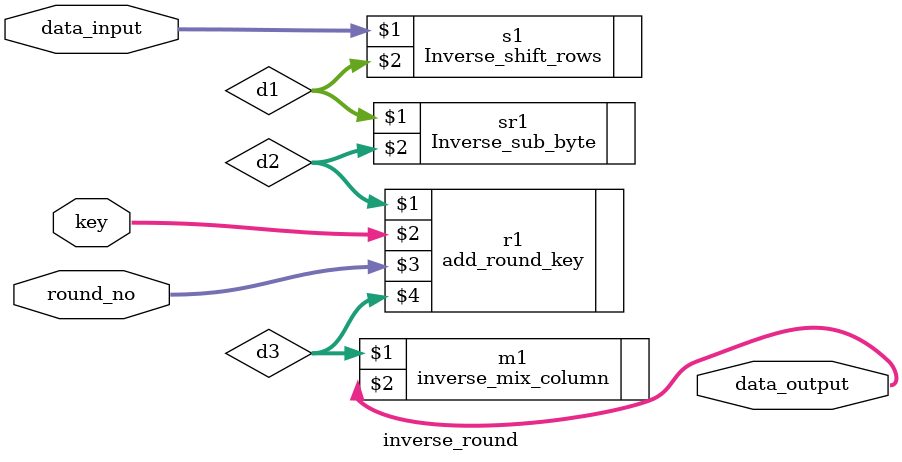
<source format=v>
module inverse_round(
    input [127:0] data_input,key,
    input [3:0]round_no,
    output [127:0] data_output
    );
    wire [127:0]d1,d2,d3;
    
    
    
     Inverse_shift_rows  s1(data_input,d1);
     Inverse_sub_byte  sr1(d1,d2);
     add_round_key r1(d2,key,round_no,d3);
     inverse_mix_column m1(d3,data_output);
   
endmodule

</source>
